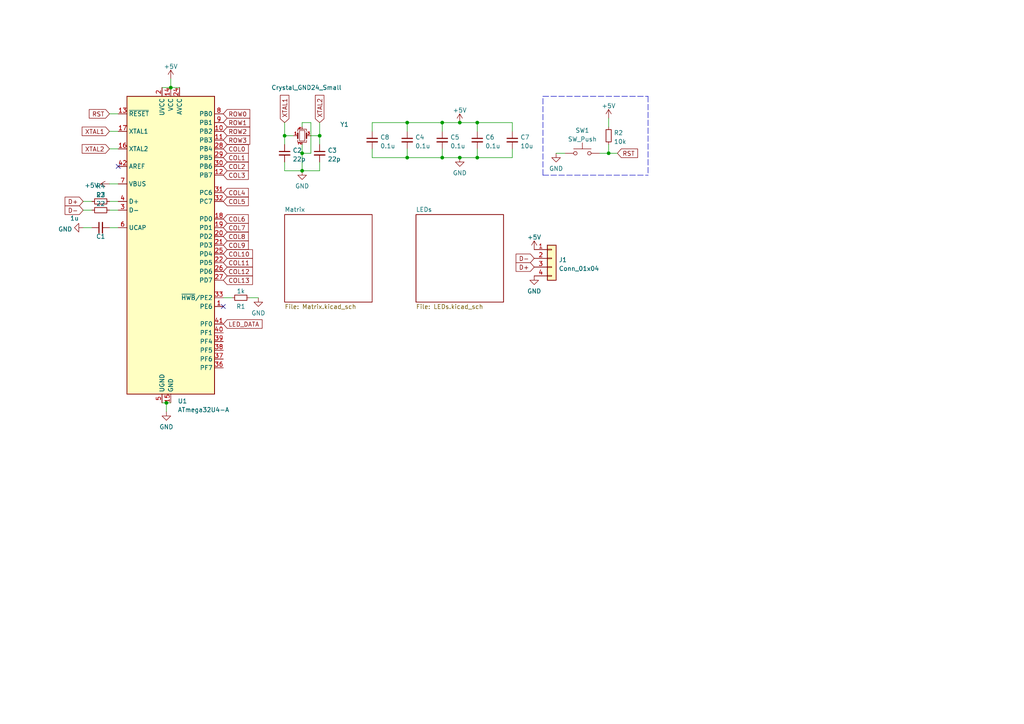
<source format=kicad_sch>
(kicad_sch (version 20211123) (generator eeschema)
  (paper "A4")
  (lib_symbols
    (symbol "Connector_Generic:Conn_01x04" (pin_names (offset 1.016) hide)
      (property "Reference" "J" (at 0 5.08 0))
      (property "Value" "Conn_01x04" (at 0 -7.62 0))
      (symbol "Conn_01x04_1_1"
        (rectangle (start -1.27 -4.953) (end 0 -5.207) (stroke (width 0.1524)))
        (rectangle (start -1.27 -2.413) (end 0 -2.667) (stroke (width 0.1524)))
        (rectangle (start -1.27 0.127) (end 0 -0.127) (stroke (width 0.1524)))
        (rectangle (start -1.27 2.667) (end 0 2.413) (stroke (width 0.1524)))
        (rectangle (start -1.27 3.81) (end 1.27 -6.35) (stroke (width 0.254)) (fill (type background)))
        (pin passive line (at -5.08 2.54 0) (length 3.81) (name "Pin_1") (number "1"))
        (pin passive line (at -5.08 0 0) (length 3.81) (name "Pin_2") (number "2"))
        (pin passive line (at -5.08 -2.54 0) (length 3.81) (name "Pin_3") (number "3"))
        (pin passive line (at -5.08 -5.08 0) (length 3.81) (name "Pin_4") (number "4"))
      )
    )
    (symbol "Device:C_Small" (pin_numbers hide) (pin_names (offset 0.254) hide)
      (property "Reference" "C" (at 0.254 1.778 0))
      (property "Value" "C_Small" (at 0.254 -2.032 0))
      (symbol "C_Small_0_1"
        (polyline (pts (xy -1.524 -0.508) (xy 1.524 -0.508)) (stroke (width 0.3302)))
        (polyline (pts (xy -1.524 0.508) (xy 1.524 0.508)) (stroke (width 0.3048)))
      )
      (symbol "C_Small_1_1"
        (pin passive line (at 0 2.54 270) (length 2.032) (name "~") (number "1"))
        (pin passive line (at 0 -2.54 90) (length 2.032) (name "~") (number "2"))
      )
    )
    (symbol "Device:Crystal_GND24_Small" (pin_names (offset 1.016) hide)
      (property "Reference" "Y" (at 1.27 4.445 0))
      (property "Value" "Crystal_GND24_Small" (at 1.27 2.54 0))
      (symbol "Crystal_GND24_Small_0_1"
        (rectangle (start -0.762 -1.524) (end 0.762 1.524))
        (polyline (pts (xy -1.27 -0.762) (xy -1.27 0.762)) (stroke (width 0.381)))
        (polyline (pts (xy 1.27 -0.762) (xy 1.27 0.762)) (stroke (width 0.381)))
        (polyline (pts (xy -1.27 -1.27) (xy -1.27 -1.905) (xy 1.27 -1.905) (xy 1.27 -1.27)))
        (polyline (pts (xy -1.27 1.27) (xy -1.27 1.905) (xy 1.27 1.905) (xy 1.27 1.27)))
      )
      (symbol "Crystal_GND24_Small_1_1"
        (pin passive line (at -2.54 0 0) (length 1.27) (name "1") (number "1"))
        (pin passive line (at 0 -2.54 90) (length 0.635) (name "2") (number "2"))
        (pin passive line (at 2.54 0 180) (length 1.27) (name "3") (number "3"))
        (pin passive line (at 0 2.54 270) (length 0.635) (name "4") (number "4"))
      )
    )
    (symbol "Device:R_Small" (pin_numbers hide) (pin_names (offset 0.254) hide)
      (property "Reference" "R" (at 0.762 0.508 0))
      (property "Value" "R_Small" (at 0.762 -1.016 0))
      (symbol "R_Small_0_1"
        (rectangle (start -0.762 1.778) (end 0.762 -1.778) (stroke (width 0.2032)))
      )
      (symbol "R_Small_1_1"
        (pin passive line (at 0 2.54 270) (length 0.762) (name "~") (number "1"))
        (pin passive line (at 0 -2.54 90) (length 0.762) (name "~") (number "2"))
      )
    )
    (symbol "MCU_Microchip_ATmega:ATmega32U4-A"
      (property "Reference" "U" (at -12.7 44.45 0))
      (property "Value" "ATmega32U4-A" (at 2.54 -44.45 0))
      (symbol "ATmega32U4-A_0_1"
        (rectangle (start -12.7 -43.18) (end 12.7 43.18) (stroke (width 0.254)) (fill (type background)))
      )
      (symbol "ATmega32U4-A_1_1"
        (pin bidirectional line (at 15.24 -17.78 180) (length 2.54) (name "PE6") (number "1"))
        (pin bidirectional line (at 15.24 33.02 180) (length 2.54) (name "PB2") (number "10"))
        (pin bidirectional line (at 15.24 30.48 180) (length 2.54) (name "PB3") (number "11"))
        (pin bidirectional line (at 15.24 20.32 180) (length 2.54) (name "PB7") (number "12"))
        (pin input line (at -15.24 38.1 0) (length 2.54) (name "~{RESET}") (number "13"))
        (pin power_in line (at 0 45.72 270) (length 2.54) (name "VCC") (number "14"))
        (pin power_in line (at 0 -45.72 90) (length 2.54) (name "GND") (number "15"))
        (pin output line (at -15.24 27.94 0) (length 2.54) (name "XTAL2") (number "16"))
        (pin input line (at -15.24 33.02 0) (length 2.54) (name "XTAL1") (number "17"))
        (pin bidirectional line (at 15.24 7.62 180) (length 2.54) (name "PD0") (number "18"))
        (pin bidirectional line (at 15.24 5.08 180) (length 2.54) (name "PD1") (number "19"))
        (pin power_in line (at -2.54 45.72 270) (length 2.54) (name "UVCC") (number "2"))
        (pin bidirectional line (at 15.24 2.54 180) (length 2.54) (name "PD2") (number "20"))
        (pin bidirectional line (at 15.24 0 180) (length 2.54) (name "PD3") (number "21"))
        (pin bidirectional line (at 15.24 -5.08 180) (length 2.54) (name "PD5") (number "22"))
        (pin passive line (at 0 -45.72 90) (length 2.54) hide (name "GND") (number "23"))
        (pin power_in line (at 2.54 45.72 270) (length 2.54) (name "AVCC") (number "24"))
        (pin bidirectional line (at 15.24 -2.54 180) (length 2.54) (name "PD4") (number "25"))
        (pin bidirectional line (at 15.24 -7.62 180) (length 2.54) (name "PD6") (number "26"))
        (pin bidirectional line (at 15.24 -10.16 180) (length 2.54) (name "PD7") (number "27"))
        (pin bidirectional line (at 15.24 27.94 180) (length 2.54) (name "PB4") (number "28"))
        (pin bidirectional line (at 15.24 25.4 180) (length 2.54) (name "PB5") (number "29"))
        (pin bidirectional line (at -15.24 10.16 0) (length 2.54) (name "D-") (number "3"))
        (pin bidirectional line (at 15.24 22.86 180) (length 2.54) (name "PB6") (number "30"))
        (pin bidirectional line (at 15.24 15.24 180) (length 2.54) (name "PC6") (number "31"))
        (pin bidirectional line (at 15.24 12.7 180) (length 2.54) (name "PC7") (number "32"))
        (pin bidirectional line (at 15.24 -15.24 180) (length 2.54) (name "~{HWB}/PE2") (number "33"))
        (pin passive line (at 0 45.72 270) (length 2.54) hide (name "VCC") (number "34"))
        (pin passive line (at 0 -45.72 90) (length 2.54) hide (name "GND") (number "35"))
        (pin bidirectional line (at 15.24 -35.56 180) (length 2.54) (name "PF7") (number "36"))
        (pin bidirectional line (at 15.24 -33.02 180) (length 2.54) (name "PF6") (number "37"))
        (pin bidirectional line (at 15.24 -30.48 180) (length 2.54) (name "PF5") (number "38"))
        (pin bidirectional line (at 15.24 -27.94 180) (length 2.54) (name "PF4") (number "39"))
        (pin bidirectional line (at -15.24 12.7 0) (length 2.54) (name "D+") (number "4"))
        (pin bidirectional line (at 15.24 -25.4 180) (length 2.54) (name "PF1") (number "40"))
        (pin bidirectional line (at 15.24 -22.86 180) (length 2.54) (name "PF0") (number "41"))
        (pin passive line (at -15.24 22.86 0) (length 2.54) (name "AREF") (number "42"))
        (pin passive line (at 0 -45.72 90) (length 2.54) hide (name "GND") (number "43"))
        (pin passive line (at 2.54 45.72 270) (length 2.54) hide (name "AVCC") (number "44"))
        (pin passive line (at -2.54 -45.72 90) (length 2.54) (name "UGND") (number "5"))
        (pin passive line (at -15.24 5.08 0) (length 2.54) (name "UCAP") (number "6"))
        (pin input line (at -15.24 17.78 0) (length 2.54) (name "VBUS") (number "7"))
        (pin bidirectional line (at 15.24 38.1 180) (length 2.54) (name "PB0") (number "8"))
        (pin bidirectional line (at 15.24 35.56 180) (length 2.54) (name "PB1") (number "9"))
      )
    )
    (symbol "Switch:SW_Push" (pin_numbers hide) (pin_names (offset 1.016) hide)
      (property "Reference" "SW" (at 1.27 2.54 0))
      (property "Value" "SW_Push" (at 0 -1.524 0))
      (symbol "SW_Push_0_1"
        (circle (center -2.032 0) (radius 0.508))
        (polyline (pts (xy 0 1.27) (xy 0 3.048)))
        (polyline (pts (xy 2.54 1.27) (xy -2.54 1.27)))
        (circle (center 2.032 0) (radius 0.508))
        (pin passive line (at -5.08 0 0) (length 2.54) (name "1") (number "1"))
        (pin passive line (at 5.08 0 180) (length 2.54) (name "2") (number "2"))
      )
    )
    (symbol "power:+5V" (power) (pin_names (offset 0))
      (property "Value" "+5V" (at 0 3.556 0))
      (symbol "+5V_0_1"
        (polyline (pts (xy -0.762 1.27) (xy 0 2.54)))
        (polyline (pts (xy 0 0) (xy 0 2.54)))
        (polyline (pts (xy 0 2.54) (xy 0.762 1.27)))
      )
      (symbol "+5V_1_1"
        (pin power_in line (at 0 0 90) (length 0) hide (name "+5V") (number "1"))
      )
    )
    (symbol "power:GND" (power) (pin_names (offset 0))
      (property "Value" "GND" (at 0 -3.81 0))
      (symbol "GND_0_1"
        (polyline (pts (xy 0 0) (xy 0 -1.27) (xy 1.27 -1.27) (xy 0 -2.54) (xy -1.27 -1.27) (xy 0 -1.27)))
      )
      (symbol "GND_1_1"
        (pin power_in line (at 0 0 270) (length 0) hide (name "GND") (number "1"))
      )
    )
  )
  (junction (at 92.71 39.37))
  (junction (at 87.63 49.53))
  (junction (at 48.26 116.84))
  (junction (at 87.63 44.45))
  (junction (at 128.27 45.72))
  (junction (at 118.11 35.56))
  (junction (at 138.43 35.56))
  (junction (at 118.11 45.72))
  (junction (at 128.27 35.56))
  (junction (at 82.55 39.37))
  (junction (at 49.53 25.4))
  (junction (at 133.35 35.56))
  (junction (at 133.35 45.72))
  (junction (at 176.53 44.45))
  (junction (at 138.43 45.72))
  (no_connect (at 64.77 88.9))
  (no_connect (at 34.29 48.26))
  (wire (pts (xy 138.43 43.18) (xy 138.43 45.72)))
  (wire (pts (xy 46.99 25.4) (xy 49.53 25.4)))
  (wire (pts (xy 87.63 49.53) (xy 92.71 49.53)))
  (wire (pts (xy 48.26 116.84) (xy 48.26 119.38)))
  (wire (pts (xy 48.26 116.84) (xy 49.53 116.84)))
  (wire (pts (xy 133.35 45.72) (xy 128.27 45.72)))
  (wire (pts (xy 128.27 35.56) (xy 133.35 35.56)))
  (polyline (pts (xy 157.48 50.8) (xy 157.48 27.94)))
  (wire (pts (xy 133.35 35.56) (xy 138.43 35.56)))
  (wire (pts (xy 138.43 35.56) (xy 138.43 38.1)))
  (wire (pts (xy 92.71 49.53) (xy 92.71 46.99)))
  (wire (pts (xy 118.11 45.72) (xy 118.11 43.18)))
  (wire (pts (xy 138.43 45.72) (xy 133.35 45.72)))
  (wire (pts (xy 46.99 116.84) (xy 48.26 116.84)))
  (wire (pts (xy 24.13 60.96) (xy 26.67 60.96)))
  (wire (pts (xy 107.95 43.18) (xy 107.95 45.72)))
  (wire (pts (xy 87.63 35.56) (xy 90.17 35.56)))
  (wire (pts (xy 31.75 60.96) (xy 34.29 60.96)))
  (wire (pts (xy 82.55 49.53) (xy 87.63 49.53)))
  (wire (pts (xy 31.75 53.34) (xy 34.29 53.34)))
  (wire (pts (xy 118.11 38.1) (xy 118.11 35.56)))
  (wire (pts (xy 87.63 44.45) (xy 87.63 49.53)))
  (polyline (pts (xy 157.48 27.94) (xy 187.96 27.94)))
  (wire (pts (xy 176.53 41.91) (xy 176.53 44.45)))
  (wire (pts (xy 176.53 34.29) (xy 176.53 36.83)))
  (polyline (pts (xy 157.48 50.8) (xy 187.96 50.8)))
  (wire (pts (xy 138.43 35.56) (xy 148.59 35.56)))
  (wire (pts (xy 49.53 25.4) (xy 52.07 25.4)))
  (wire (pts (xy 90.17 39.37) (xy 92.71 39.37)))
  (wire (pts (xy 161.29 44.45) (xy 163.83 44.45)))
  (wire (pts (xy 82.55 39.37) (xy 85.09 39.37)))
  (wire (pts (xy 87.63 44.45) (xy 87.63 41.91)))
  (wire (pts (xy 90.17 35.56) (xy 90.17 44.45)))
  (wire (pts (xy 31.75 66.04) (xy 34.29 66.04)))
  (wire (pts (xy 31.75 38.1) (xy 34.29 38.1)))
  (wire (pts (xy 49.53 22.86) (xy 49.53 25.4)))
  (wire (pts (xy 128.27 43.18) (xy 128.27 45.72)))
  (wire (pts (xy 87.63 36.83) (xy 87.63 35.56)))
  (wire (pts (xy 176.53 44.45) (xy 179.07 44.45)))
  (wire (pts (xy 64.77 86.36) (xy 67.31 86.36)))
  (wire (pts (xy 148.59 43.18) (xy 148.59 45.72)))
  (wire (pts (xy 90.17 44.45) (xy 87.63 44.45)))
  (polyline (pts (xy 187.96 27.94) (xy 187.96 50.8)))
  (wire (pts (xy 173.99 44.45) (xy 176.53 44.45)))
  (wire (pts (xy 107.95 45.72) (xy 118.11 45.72)))
  (wire (pts (xy 72.39 86.36) (xy 74.93 86.36)))
  (wire (pts (xy 148.59 45.72) (xy 138.43 45.72)))
  (wire (pts (xy 24.13 66.04) (xy 26.67 66.04)))
  (wire (pts (xy 107.95 38.1) (xy 107.95 35.56)))
  (wire (pts (xy 118.11 35.56) (xy 128.27 35.56)))
  (wire (pts (xy 82.55 35.56) (xy 82.55 39.37)))
  (wire (pts (xy 24.13 58.42) (xy 26.67 58.42)))
  (wire (pts (xy 107.95 35.56) (xy 118.11 35.56)))
  (wire (pts (xy 82.55 46.99) (xy 82.55 49.53)))
  (wire (pts (xy 128.27 35.56) (xy 128.27 38.1)))
  (wire (pts (xy 148.59 35.56) (xy 148.59 38.1)))
  (wire (pts (xy 92.71 39.37) (xy 92.71 35.56)))
  (wire (pts (xy 31.75 58.42) (xy 34.29 58.42)))
  (wire (pts (xy 92.71 41.91) (xy 92.71 39.37)))
  (wire (pts (xy 82.55 39.37) (xy 82.55 41.91)))
  (wire (pts (xy 31.75 43.18) (xy 34.29 43.18)))
  (wire (pts (xy 128.27 45.72) (xy 118.11 45.72)))
  (wire (pts (xy 31.75 33.02) (xy 34.29 33.02)))
  (global_label "RST" (shape input) (at 31.75 33.02 180) (property "Intersheet References" "${INTERSHEET_REFS}" (effects hide)))
  (global_label "D+" (shape input) (at 24.13 58.42 180) (property "Intersheet References" "${INTERSHEET_REFS}" (effects hide)))
  (global_label "COL3" (shape input) (at 64.77 50.8 0) (property "Intersheet References" "${INTERSHEET_REFS}" (effects hide)))
  (global_label "COL5" (shape input) (at 64.77 58.42 0) (property "Intersheet References" "${INTERSHEET_REFS}" (effects hide)))
  (global_label "D-" (shape input) (at 154.94 74.93 180) (property "Intersheet References" "${INTERSHEET_REFS}" (effects hide)))
  (global_label "XTAL2" (shape input) (at 31.75 43.18 180) (property "Intersheet References" "${INTERSHEET_REFS}" (effects hide)))
  (global_label "COL2" (shape input) (at 64.77 48.26 0) (property "Intersheet References" "${INTERSHEET_REFS}" (effects hide)))
  (global_label "D-" (shape input) (at 24.13 60.96 180) (property "Intersheet References" "${INTERSHEET_REFS}" (effects hide)))
  (global_label "COL8" (shape input) (at 64.77 68.58 0) (property "Intersheet References" "${INTERSHEET_REFS}" (effects hide)))
  (global_label "COL9" (shape input) (at 64.77 71.12 0) (property "Intersheet References" "${INTERSHEET_REFS}" (effects hide)))
  (global_label "ROW0" (shape input) (at 64.77 33.02 0) (property "Intersheet References" "${INTERSHEET_REFS}" (effects hide)))
  (global_label "D+" (shape input) (at 154.94 77.47 180) (property "Intersheet References" "${INTERSHEET_REFS}" (effects hide)))
  (global_label "COL1" (shape input) (at 64.77 45.72 0) (property "Intersheet References" "${INTERSHEET_REFS}" (effects hide)))
  (global_label "ROW3" (shape input) (at 64.77 40.64 0) (property "Intersheet References" "${INTERSHEET_REFS}" (effects hide)))
  (global_label "ROW2" (shape input) (at 64.77 38.1 0) (property "Intersheet References" "${INTERSHEET_REFS}" (effects hide)))
  (global_label "COL13" (shape input) (at 64.77 81.28 0) (property "Intersheet References" "${INTERSHEET_REFS}" (effects hide)))
  (global_label "COL7" (shape input) (at 64.77 66.04 0) (property "Intersheet References" "${INTERSHEET_REFS}" (effects hide)))
  (global_label "LED_DATA" (shape input) (at 64.77 93.98 0) (property "Intersheet References" "${INTERSHEET_REFS}" (effects hide)))
  (global_label "COL10" (shape input) (at 64.77 73.66 0) (property "Intersheet References" "${INTERSHEET_REFS}" (effects hide)))
  (global_label "RST" (shape input) (at 179.07 44.45 0) (property "Intersheet References" "${INTERSHEET_REFS}" (effects hide)))
  (global_label "ROW1" (shape input) (at 64.77 35.56 0) (property "Intersheet References" "${INTERSHEET_REFS}" (effects hide)))
  (global_label "COL4" (shape input) (at 64.77 55.88 0) (property "Intersheet References" "${INTERSHEET_REFS}" (effects hide)))
  (global_label "COL11" (shape input) (at 64.77 76.2 0) (property "Intersheet References" "${INTERSHEET_REFS}" (effects hide)))
  (global_label "XTAL1" (shape input) (at 82.55 35.56 90) (property "Intersheet References" "${INTERSHEET_REFS}" (effects hide)))
  (global_label "COL6" (shape input) (at 64.77 63.5 0) (property "Intersheet References" "${INTERSHEET_REFS}" (effects hide)))
  (global_label "COL12" (shape input) (at 64.77 78.74 0) (property "Intersheet References" "${INTERSHEET_REFS}" (effects hide)))
  (global_label "COL0" (shape input) (at 64.77 43.18 0) (property "Intersheet References" "${INTERSHEET_REFS}" (effects hide)))
  (global_label "XTAL2" (shape input) (at 92.71 35.56 90) (property "Intersheet References" "${INTERSHEET_REFS}" (effects hide)))
  (global_label "XTAL1" (shape input) (at 31.75 38.1 180) (property "Intersheet References" "${INTERSHEET_REFS}" (effects hide)))
  (symbol (lib_id "MCU_Microchip_ATmega:ATmega32U4-A") (at 49.53 71.12 0) (unit 1)
    (property "Reference" "U1" (at 51.5494 116.3304 0) (effects (justify left)))
    (property "Value" "ATmega32U4-A" (at 51.5494 118.8673 0) (effects (justify left)))
    (property "Footprint" "Package_QFP:TQFP-44_10x10mm_P0.8mm" (effects hide))
    (property "Datasheet" "http://ww1.microchip.com/downloads/en/DeviceDoc/Atmel-7766-8-bit-AVR-ATmega16U4-32U4_Datasheet.pdf" (effects hide))
  )
  (symbol (lib_id "Device:C_Small") (at 107.95 40.64 0) (unit 1)
    (property "Reference" "C8" (at 110.2741 39.8116 0) (effects (justify left)))
    (property "Value" "0.1u" (at 110.2741 42.3485 0) (effects (justify left)))
    (property "Footprint" "Capacitor_SMD:C_0805_2012Metric" (effects hide))
  )
  (symbol (lib_id "power:GND") (at 74.93 86.36 0) (unit 1)
    (property "Reference" "#PWR0103" (effects hide))
    (property "Value" "GND" (at 74.93 90.8034 0))
  )
  (symbol (lib_id "Switch:SW_Push") (at 168.91 44.45 0) (unit 1)
    (property "Reference" "SW1" (at 168.91 37.8292 0))
    (property "Value" "SW_Push" (at 168.91 40.3661 0))
    (property "Footprint" "Button_Switch_SMD:SW_SPST_SKQG_WithStem" (effects hide))
  )
  (symbol (lib_id "power:GND") (at 161.29 44.45 0) (unit 1)
    (property "Reference" "#PWR0110" (effects hide))
    (property "Value" "GND" (at 161.29 48.8934 0))
  )
  (symbol (lib_id "power:GND") (at 48.26 119.38 0) (unit 1)
    (property "Reference" "#PWR0101" (effects hide))
    (property "Value" "GND" (at 48.26 123.8234 0))
  )
  (symbol (lib_id "Device:Crystal_GND24_Small") (at 87.63 39.37 0) (unit 1)
    (property "Reference" "Y1" (at 99.9044 36.1021 0))
    (property "Value" "Crystal_GND24_Small" (at 88.9 25.4 0))
    (property "Footprint" "Crystal:Crystal_SMD_3225-4Pin_3.2x2.5mm" (effects hide))
  )
  (symbol (lib_id "power:GND") (at 133.35 45.72 0) (unit 1)
    (property "Reference" "#PWR0107" (effects hide))
    (property "Value" "GND" (at 133.35 50.1634 0))
  )
  (symbol (lib_id "power:GND") (at 24.13 66.04 270) (unit 1)
    (property "Reference" "#PWR0104" (effects hide))
    (property "Value" "GND" (at 20.9551 66.4738 90) (effects (justify right)))
  )
  (symbol (lib_id "power:GND") (at 154.94 80.01 0) (unit 1)
    (property "Reference" "#PWR0115" (effects hide))
    (property "Value" "GND" (at 154.94 84.4534 0))
  )
  (symbol (lib_id "Connector_Generic:Conn_01x04") (at 160.02 74.93 0) (unit 1)
    (property "Reference" "J1" (at 162.052 75.3653 0) (effects (justify left)))
    (property "Value" "Conn_01x04" (at 162.052 77.9022 0) (effects (justify left)))
    (property "Footprint" "Connector_JST:JST_SH_SM04B-SRSS-TB_1x04-1MP_P1.00mm_Horizontal" (effects hide))
  )
  (symbol (lib_id "Device:C_Small") (at 118.11 40.64 0) (unit 1)
    (property "Reference" "C4" (at 120.4341 39.8116 0) (effects (justify left)))
    (property "Value" "0.1u" (at 120.4341 42.3485 0) (effects (justify left)))
    (property "Footprint" "Capacitor_SMD:C_0805_2012Metric" (effects hide))
  )
  (symbol (lib_id "Device:C_Small") (at 138.43 40.64 0) (unit 1)
    (property "Reference" "C6" (at 140.7541 39.8116 0) (effects (justify left)))
    (property "Value" "0.1u" (at 140.7541 42.3485 0) (effects (justify left)))
    (property "Footprint" "Capacitor_SMD:C_0805_2012Metric" (effects hide))
  )
  (symbol (lib_id "power:+5V") (at 176.53 34.29 0) (unit 1)
    (property "Reference" "#PWR0109" (effects hide))
    (property "Value" "+5V" (at 176.53 30.7142 0))
  )
  (symbol (lib_id "Device:C_Small") (at 148.59 40.64 0) (unit 1)
    (property "Reference" "C7" (at 150.9141 39.8116 0) (effects (justify left)))
    (property "Value" "10u" (at 150.9141 42.3485 0) (effects (justify left)))
    (property "Footprint" "Capacitor_SMD:C_0805_2012Metric" (effects hide))
  )
  (symbol (lib_id "Device:C_Small") (at 128.27 40.64 0) (unit 1)
    (property "Reference" "C5" (at 130.5941 39.8116 0) (effects (justify left)))
    (property "Value" "0.1u" (at 130.5941 42.3485 0) (effects (justify left)))
    (property "Footprint" "Capacitor_SMD:C_0805_2012Metric" (effects hide))
  )
  (symbol (lib_id "power:+5V") (at 133.35 35.56 0) (unit 1)
    (property "Reference" "#PWR0105" (effects hide))
    (property "Value" "+5V" (at 133.35 31.9842 0))
  )
  (symbol (lib_id "power:+5V") (at 31.75 53.34 90) (unit 1)
    (property "Reference" "#PWR0102" (effects hide))
    (property "Value" "+5V" (at 28.5751 53.7738 90) (effects (justify left)))
  )
  (symbol (lib_id "Device:R_Small") (at 29.21 58.42 90) (unit 1)
    (property "Reference" "R4" (at 29.21 53.9836 90))
    (property "Value" "22" (at 29.21 56.5205 90))
    (property "Footprint" "Resistor_SMD:R_0805_2012Metric" (effects hide))
  )
  (symbol (lib_id "Device:C_Small") (at 92.71 44.45 0) (unit 1)
    (property "Reference" "C3" (at 95.0341 43.6216 0) (effects (justify left)))
    (property "Value" "22p" (at 95.0341 46.1585 0) (effects (justify left)))
    (property "Footprint" "Capacitor_SMD:C_0805_2012Metric" (effects hide))
  )
  (symbol (lib_id "power:+5V") (at 49.53 22.86 0) (unit 1)
    (property "Reference" "#PWR0108" (effects hide))
    (property "Value" "+5V" (at 49.53 19.2842 0))
  )
  (symbol (lib_id "Device:C_Small") (at 82.55 44.45 0) (unit 1)
    (property "Reference" "C2" (at 84.8741 43.6216 0) (effects (justify left)))
    (property "Value" "22p" (at 84.8741 46.1585 0) (effects (justify left)))
    (property "Footprint" "Capacitor_SMD:C_0805_2012Metric" (effects hide))
  )
  (symbol (lib_id "Device:R_Small") (at 176.53 39.37 0) (unit 1)
    (property "Reference" "R2" (at 178.0286 38.5353 0) (effects (justify left)))
    (property "Value" "10k" (at 178.0286 41.0722 0) (effects (justify left)))
    (property "Footprint" "Resistor_SMD:R_0805_2012Metric" (effects hide))
  )
  (symbol (lib_id "Device:R_Small") (at 69.85 86.36 90) (unit 1)
    (property "Reference" "R1" (at 69.85 88.9 90))
    (property "Value" "1k" (at 69.85 84.4605 90))
    (property "Footprint" "Resistor_SMD:R_0805_2012Metric" (effects hide))
  )
  (symbol (lib_id "power:GND") (at 87.63 49.53 0) (unit 1)
    (property "Reference" "#PWR0106" (effects hide))
    (property "Value" "GND" (at 87.63 53.9734 0))
  )
  (symbol (lib_id "Device:C_Small") (at 29.21 66.04 90) (unit 1)
    (property "Reference" "C1" (at 29.21 68.58 90))
    (property "Value" "1u" (at 21.5963 63.315 90))
    (property "Footprint" "Capacitor_SMD:C_0805_2012Metric" (effects hide))
  )
  (symbol (lib_id "Device:R_Small") (at 29.21 60.96 270) (unit 1)
    (property "Reference" "R3" (at 29.21 56.5236 90))
    (property "Value" "22" (at 29.21 59.0605 90))
    (property "Footprint" "Resistor_SMD:R_0805_2012Metric" (effects hide))
  )
  (symbol (lib_id "power:+5V") (at 154.94 72.39 0) (unit 1)
    (property "Reference" "#PWR?" (effects hide))
    (property "Value" "+5V" (at 154.94 68.8142 0))
  )
  (sheet (at 120.65 62.23) (size 25.4 25.4) (stroke (width 0.1524))
    (property "Sheet name" "LEDs" (at 120.65 61.5184 0) (effects (justify left bottom)))
    (property "Sheet file" "LEDs.kicad_sch" (at 120.65 88.2146 0) (effects (justify left top)))
  )
  (sheet (at 82.55 62.23) (size 25.4 25.4) (stroke (width 0.1524))
    (property "Sheet name" "Matrix" (at 82.55 61.5184 0) (effects (justify left bottom)))
    (property "Sheet file" "Matrix.kicad_sch" (at 82.55 88.2146 0) (effects (justify left top)))
  )
)
</source>
